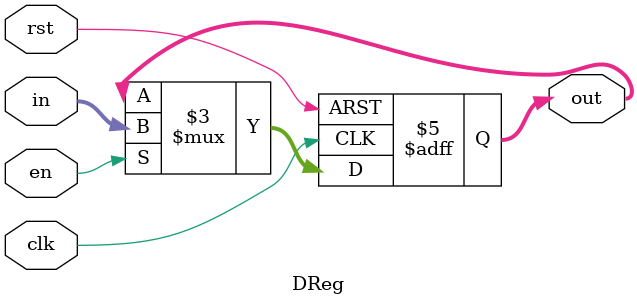
<source format=v>
`timescale 1ns / 1ps

module DReg(
    input clk,rst,
    input [31:0]in,
    input en,
    output reg [31:0]out
    );
    always @ (posedge clk,posedge rst)
    begin
        if(rst) out <= 32'bx;
        else if(en)out <= in;
        else out <= out;
    end
endmodule
</source>
